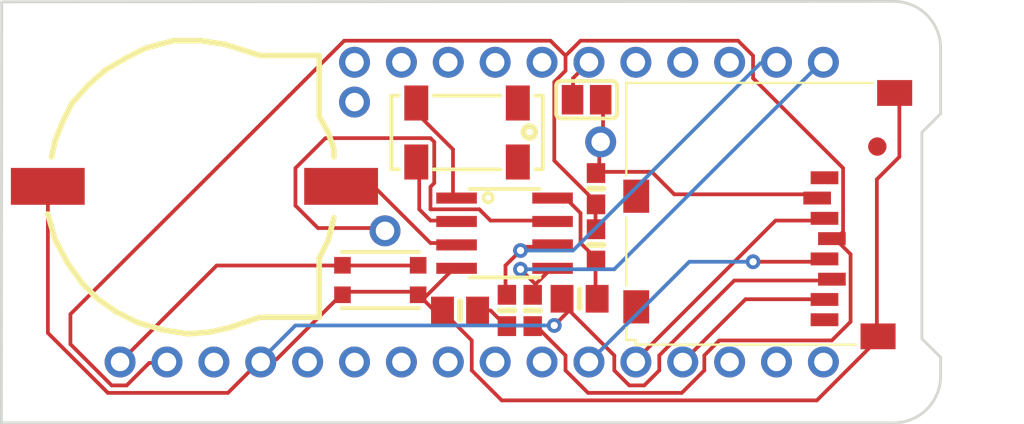
<source format=kicad_pcb>
(kicad_pcb (version 20221018) (generator pcbnew)
  (layers (0 "F.Cu" signal "Top") (31 "B.Cu" signal "Bottom") (34 "B.Paste" user) (35 "F.Paste" user) (36 "B.SilkS" user "B.Silkscreen") (37 "F.SilkS" user "F.Silkscreen") (38 "B.Mask" user) (39 "F.Mask" user) (44 "Edge.Cuts" user))
  (net 0 "")
  (net 1 "G")
  (net 2 "TX")
  (net 3 "RX")
  (net 4 "F")
  (net 5 "E")
  (net 6 "D")
  (net 7 "C")
  (net 8 "B")
  (net 9 "A")
  (net 10 "AREF")
  (net 11 "USB")
  (net 12 "N")
  (net 13 "M")
  (net 14 "L")
  (net 15 "J")
  (net 16 "I")
  (net 17 "H")
  (net 18 "SCL")
  (net 19 "SDA")
  (net 20 "GND")
  (net 21 "MOSI")
  (net 22 "MISO")
  (net 23 "SCK")
  (net 24 "+3V3")
  (net 25 "SD_CS")
  (net 26 "RESET")
  (net 27 "N$7")
  (net 28 "N$8")
  (net 29 "VBAT")
  (net 30 "EN")
  (net 31 "CR1220")
  (net 32 "INT1")
  (net 33 "CS")
  (net 34 "N$1")
  (footprint "MICROSD" (layer "F.Cu") (at 167.132 105.156 90)
    (fp_text reference "X4" hide)
    (fp_text value "microsd" hide)
    (fp_line (start -7.035 -9.76) (end -7.035 2.19) (stroke (width 0.127)) (layer "F.SilkS"))
    (fp_line (start -6.785 -10.26) (end -6.785 -9.76) (stroke (width 0.127)) (layer "F.SilkS"))
    (fp_line (start -6.785 -9.76) (end -7.035 -9.76) (stroke (width 0.127)) (layer "F.SilkS"))
    (fp_line (start -6.135 -10.26) (end -6.785 -10.26) (stroke (width 0.127)) (layer "F.SilkS"))
    (fp_line (start -3.835 -10.26) (end -0.135 -10.26) (stroke (width 0.127)) (layer "F.SilkS"))
    (fp_line (start 2.115 -10.26) (end 7.165 -10.26) (stroke (width 0.127)) (layer "F.SilkS"))
    (fp_line (start 7.165 -10.26) (end 7.165 3.09) (stroke (width 0.127)) (layer "F.SilkS"))
    (pad "1" smd rect locked (at 2.015 0.48 90) (size 0.7 1.5) (layers "F.Cu" "F.Paste" "F.Mask"))
    (pad "2" smd rect locked (at 0.915 0.08 90) (size 0.7 1.5) (layers "F.Cu" "F.Paste" "F.Mask") (net 25 "SD_CS"))
    (pad "3" smd rect locked (at -0.185 0.48 90) (size 0.7 1.5) (layers "F.Cu" "F.Paste" "F.Mask") (net 21 "MOSI"))
    (pad "4" smd rect locked (at -1.285 0.88 90) (size 0.7 1.5) (layers "F.Cu" "F.Paste" "F.Mask") (net 24 "+3V3"))
    (pad "5" smd rect locked (at -2.385 0.48 90) (size 0.7 1.5) (layers "F.Cu" "F.Paste" "F.Mask") (net 23 "SCK"))
    (pad "6" smd rect locked (at -3.485 0.88 90) (size 0.7 1.5) (layers "F.Cu" "F.Paste" "F.Mask") (net 20 "GND"))
    (pad "7" smd rect locked (at -4.585 0.48 90) (size 0.7 1.5) (layers "F.Cu" "F.Paste" "F.Mask") (net 22 "MISO"))
    (pad "8" smd rect locked (at -5.685 0.48 90) (size 0.7 1.5) (layers "F.Cu" "F.Paste" "F.Mask"))
    (pad "CD1" smd rect locked (at -4.985 -9.72 180) (size 1.4 1.8) (layers "F.Cu" "F.Paste" "F.Mask"))
    (pad "CD2" smd rect locked (at 1.015 -9.72 180) (size 1.4 1.8) (layers "F.Cu" "F.Paste" "F.Mask"))
    (pad "MT1" smd rect locked (at -6.585 3.38 90) (size 1.4 1.9) (layers "F.Cu" "F.Paste" "F.Mask") (net 20 "GND"))
    (pad "MT2" smd rect locked (at 6.615 4.28 90) (size 1.4 1.9) (layers "F.Cu" "F.Paste" "F.Mask") (net 20 "GND"))
  )
  (footprint "BTN_KMR2_4.6X2.8" (layer "F.Cu") (at 143.5481 108.6866 180)
    (fp_text reference "SW1" hide)
    (fp_text value "KMR2" hide)
    (fp_line (start -2.1 -1.5254) (end 2.1 -1.5254) (stroke (width 0.2032)) (layer "F.SilkS"))
    (fp_line (start 2.1 1.5254) (end -2.1 1.5254) (stroke (width 0.2032)) (layer "F.SilkS"))
    (pad "A" smd rect (at 2.05 -0.8 180) (size 0.9 0.9) (layers "F.Cu" "F.Paste" "F.Mask") (net 20 "GND"))
    (pad "A'" smd rect (at -2.05 -0.8 180) (size 0.9 0.9) (layers "F.Cu" "F.Paste" "F.Mask") (net 20 "GND"))
    (pad "B" smd rect (at 2.05 0.8 180) (size 0.9 0.9) (layers "F.Cu" "F.Paste" "F.Mask") (net 26 "RESET"))
    (pad "B'" smd rect (at -2.05 0.8 180) (size 0.9 0.9) (layers "F.Cu" "F.Paste" "F.Mask") (net 26 "RESET"))
  )
  (footprint "SOIC8_150MIL" (layer "F.Cu") (at 150.2791 106.1466 -90)
    (fp_text reference "IC1" hide)
    (fp_text value "PCF8523T" hide)
    (fp_line (start -2.4 1.9) (end -2.4 -1.9) (stroke (width 0.2032)) (layer "F.SilkS"))
    (fp_line (start 2.4 -1.9) (end 2.4 1.9) (stroke (width 0.2032)) (layer "F.SilkS"))
    (fp_circle (center -1.9304 0.889) (end -1.6764 0.889) (stroke (width 0.2032)) (fill none) (layer "F.SilkS"))
    (pad "1" smd rect (at -1.905 2.6 270) (size 0.6 2.2) (layers "F.Cu" "F.Paste" "F.Mask") (net 27 "N$7"))
    (pad "2" smd rect (at -0.635 2.6 270) (size 0.6 2.2) (layers "F.Cu" "F.Paste" "F.Mask") (net 28 "N$8"))
    (pad "3" smd rect (at 0.635 2.6 270) (size 0.6 2.2) (layers "F.Cu" "F.Paste" "F.Mask") (net 31 "CR1220"))
    (pad "4" smd rect (at 1.905 2.6 270) (size 0.6 2.2) (layers "F.Cu" "F.Paste" "F.Mask") (net 20 "GND"))
    (pad "5" smd rect (at 1.905 -2.6 270) (size 0.6 2.2) (layers "F.Cu" "F.Paste" "F.Mask") (net 19 "SDA"))
    (pad "6" smd rect (at 0.635 -2.6 270) (size 0.6 2.2) (layers "F.Cu" "F.Paste" "F.Mask") (net 18 "SCL"))
    (pad "7" smd rect (at -0.635 -2.6 270) (size 0.6 2.2) (layers "F.Cu" "F.Paste" "F.Mask") (net 32 "INT1"))
    (pad "8" smd rect (at -1.905 -2.6 270) (size 0.6 2.2) (layers "F.Cu" "F.Paste" "F.Mask") (net 34 "N$1"))
  )
  (footprint "CRYSTAL_8X3.8" (layer "F.Cu") (at 148.2471 100.6856)
    (fp_text reference "Y1" hide)
    (fp_text value "32khz" hide)
    (fp_line (start -4.1 -2) (end -4.1 2) (stroke (width 0.2032)) (layer "F.SilkS"))
    (fp_line (start -4.1 2) (end -3.7 2) (stroke (width 0.2032)) (layer "F.SilkS"))
    (fp_line (start -3.7 -2) (end -4.1 -2) (stroke (width 0.2032)) (layer "F.SilkS"))
    (fp_line (start -1.8 -2) (end 1.8 -2) (stroke (width 0.2032)) (layer "F.SilkS"))
    (fp_line (start -1.8 2) (end 1.8 2) (stroke (width 0.2032)) (layer "F.SilkS"))
    (fp_line (start 3.7 -2) (end 4.1 -2) (stroke (width 0.2032)) (layer "F.SilkS"))
    (fp_line (start 4.1 -2) (end 4.1 2) (stroke (width 0.2032)) (layer "F.SilkS"))
    (fp_line (start 4.1 2) (end 3.7 2) (stroke (width 0.2032)) (layer "F.SilkS"))
    (fp_circle (center 3.3782 -0.0254) (end 3.701487 -0.0254) (stroke (width 0.3048)) (fill none) (layer "F.SilkS"))
    (pad "P$1" smd rect (at -2.75 1.6) (size 1.3 1.9) (layers "F.Cu" "F.Paste" "F.Mask") (net 28 "N$8"))
    (pad "P$2" smd rect (at 2.75 1.6) (size 1.3 1.9) (layers "F.Cu" "F.Paste" "F.Mask"))
    (pad "P$3" smd rect (at 2.75 -1.6) (size 1.3 1.9) (layers "F.Cu" "F.Paste" "F.Mask"))
    (pad "P$4" smd rect (at -2.75 -1.6) (size 1.3 1.9) (layers "F.Cu" "F.Paste" "F.Mask") (net 27 "N$7"))
  )
  (footprint "0603-NO" (layer "F.Cu") (at 151.8031 110.3376 -90)
    (fp_text reference "R1" hide)
    (fp_text value "10K" hide)
    (fp_line (start 0 -0.4) (end 0 0.4) (stroke (width 0.3048)) (layer "F.SilkS"))
    (pad "1" smd rect (at -0.85 0 270) (size 1.075 1) (layers "F.Cu" "F.Paste" "F.Mask") (net 19 "SDA"))
    (pad "2" smd rect (at 0.85 0 270) (size 1.075 1) (layers "F.Cu" "F.Paste" "F.Mask") (net 24 "+3V3"))
  )
  (footprint "0603-NO" (layer "F.Cu") (at 150.4061 110.3376 -90)
    (fp_text reference "R2" hide)
    (fp_text value "10K" hide)
    (fp_line (start 0 -0.4) (end 0 0.4) (stroke (width 0.3048)) (layer "F.SilkS"))
    (pad "1" smd rect (at -0.85 0 270) (size 1.075 1) (layers "F.Cu" "F.Paste" "F.Mask") (net 18 "SCL"))
    (pad "2" smd rect (at 0.85 0 270) (size 1.075 1) (layers "F.Cu" "F.Paste" "F.Mask") (net 24 "+3V3"))
  )
  (footprint "0603-NO" (layer "F.Cu") (at 155.2321 103.7336 -90)
    (fp_text reference "R3" hide)
    (fp_text value "100K" hide)
    (fp_line (start 0 -0.4) (end 0 0.4) (stroke (width 0.3048)) (layer "F.SilkS"))
    (pad "1" smd rect (at -0.85 0 270) (size 1.075 1) (layers "F.Cu" "F.Paste" "F.Mask") (net 25 "SD_CS"))
    (pad "2" smd rect (at 0.85 0 270) (size 1.075 1) (layers "F.Cu" "F.Paste" "F.Mask") (net 24 "+3V3"))
  )
  (footprint "CR1220-2" (layer "F.Cu") (at 133.1341 103.6066)
    (fp_text reference "B1" hide)
    (fp_text value "cr1220" hide)
    (fp_line (start -7.6 1.5) (end -7.2 2.9) (stroke (width 0.3048)) (layer "F.SilkS"))
    (fp_line (start -7.4 -1.6) (end -7.2 -2.5) (stroke (width 0.3048)) (layer "F.SilkS"))
    (fp_line (start -7.2 -2.5) (end -6.8 -3.5) (stroke (width 0.3048)) (layer "F.SilkS"))
    (fp_line (start -7.2 2.9) (end -6.5 4.2) (stroke (width 0.3048)) (layer "F.SilkS"))
    (fp_line (start -6.8 -3.5) (end -6.3 -4.5) (stroke (width 0.3048)) (layer "F.SilkS"))
    (fp_line (start -6.5 4.2) (end -5.7 5.3) (stroke (width 0.3048)) (layer "F.SilkS"))
    (fp_line (start -6.3 -4.5) (end -5.4 -5.5) (stroke (width 0.3048)) (layer "F.SilkS"))
    (fp_line (start -5.7 5.3) (end -4.9 6.1) (stroke (width 0.3048)) (layer "F.SilkS"))
    (fp_line (start -5.4 -5.5) (end -4.5 -6.3) (stroke (width 0.3048)) (layer "F.SilkS"))
    (fp_line (start -4.9 6.1) (end -3.9 6.8) (stroke (width 0.3048)) (layer "F.SilkS"))
    (fp_line (start -4.5 -6.3) (end -3.3 -7) (stroke (width 0.3048)) (layer "F.SilkS"))
    (fp_line (start -3.9 6.8) (end -2.7 7.4) (stroke (width 0.3048)) (layer "F.SilkS"))
    (fp_line (start -3.3 -7) (end -2.3 -7.5) (stroke (width 0.3048)) (layer "F.SilkS"))
    (fp_line (start -2.7 7.4) (end -1.3 7.8) (stroke (width 0.3048)) (layer "F.SilkS"))
    (fp_line (start -2.3 -7.5) (end -0.8 -7.9) (stroke (width 0.3048)) (layer "F.SilkS"))
    (fp_line (start -1.3 7.8) (end 0 8) (stroke (width 0.3048)) (layer "F.SilkS"))
    (fp_line (start -0.8 -7.9) (end 0.7 -7.9) (stroke (width 0.3048)) (layer "F.SilkS"))
    (fp_line (start 0 8) (end 1.2 7.9) (stroke (width 0.3048)) (layer "F.SilkS"))
    (fp_line (start 0.7 -7.9) (end 2 -7.7) (stroke (width 0.3048)) (layer "F.SilkS"))
    (fp_line (start 1.2 7.9) (end 2.5 7.6) (stroke (width 0.3048)) (layer "F.SilkS"))
    (fp_line (start 2 -7.7) (end 3.9 -7.1) (stroke (width 0.3048)) (layer "F.SilkS"))
    (fp_line (start 2.4 7.6) (end 3.9 7.1) (stroke (width 0.3048)) (layer "F.SilkS"))
    (fp_line (start 3.95 -7.1) (end 7.1 -7.1) (stroke (width 0.3048)) (layer "F.SilkS"))
    (fp_line (start 3.95 7.1) (end 7.1 7.1) (stroke (width 0.3048)) (layer "F.SilkS"))
    (fp_line (start 7.1 -7.1) (end 7.1 -3.8) (stroke (width 0.3048)) (layer "F.SilkS"))
    (fp_line (start 7.1 -3.8) (end 7.6 -2.9) (stroke (width 0.3048)) (layer "F.SilkS"))
    (fp_line (start 7.1 3.9) (end 7.6 2.9) (stroke (width 0.3048)) (layer "F.SilkS"))
    (fp_line (start 7.1 7.1) (end 7.1 3.9) (stroke (width 0.3048)) (layer "F.SilkS"))
    (fp_line (start 7.6 -2.9) (end 7.9 -2) (stroke (width 0.3048)) (layer "F.SilkS"))
    (fp_line (start 7.6 2.9) (end 7.9 1.7) (stroke (width 0.3048)) (layer "F.SilkS"))
    (fp_line (start 7.9 -2) (end 7.9 -1.6) (stroke (width 0.3048)) (layer "F.SilkS"))
    (pad "" np_thru_hole circle locked (at -3.5 0) (size 1.5 1.5) (drill 1.5) (layers "*.Cu" "*.Mask"))
    (pad "" np_thru_hole circle locked (at 3.95 0) (size 1.5 1.5) (drill 1.5) (layers "*.Cu" "*.Mask"))
    (pad "+" smd rect locked (at 8.29 0) (size 4 2) (layers "F.Cu" "F.Paste" "F.Mask") (net 31 "CR1220"))
    (pad "-" smd rect locked (at -7.6 0) (size 4 2) (layers "F.Cu" "F.Paste" "F.Mask") (net 20 "GND"))
  )
  (footprint "0805-NO" (layer "F.Cu") (at 154.3431 109.7026 180)
    (fp_text reference "C1" hide)
    (fp_text value "10uF" hide)
    (fp_line (start 0 -0.508) (end 0 0.508) (stroke (width 0.3048)) (layer "F.SilkS"))
    (pad "1" smd rect (at -0.95 0 180) (size 1.24 1.5) (layers "F.Cu" "F.Paste" "F.Mask") (net 34 "N$1"))
    (pad "2" smd rect (at 0.95 0 180) (size 1.24 1.5) (layers "F.Cu" "F.Paste" "F.Mask") (net 20 "GND"))
  )
  (footprint "1X11_ROUND" (layer "F.Cu") (at 154.8511 96.8756)
    (fp_text reference "JP1" hide)
    (fp_text value "")
    (pad "1" thru_hole circle locked (at -12.7 0 90) (size 1.6764 1.6764) (drill 1) (layers "*.Cu" "*.Mask") (net 30 "EN"))
    (pad "2" thru_hole circle locked (at -10.16 0 90) (size 1.6764 1.6764) (drill 1) (layers "*.Cu" "*.Mask") (net 11 "USB"))
    (pad "3" thru_hole circle locked (at -7.62 0 90) (size 1.6764 1.6764) (drill 1) (layers "*.Cu" "*.Mask") (net 12 "N"))
    (pad "4" thru_hole circle locked (at -5.08 0 90) (size 1.6764 1.6764) (drill 1) (layers "*.Cu" "*.Mask") (net 13 "M"))
    (pad "5" thru_hole circle locked (at -2.54 0 90) (size 1.6764 1.6764) (drill 1) (layers "*.Cu" "*.Mask") (net 14 "L"))
    (pad "6" thru_hole circle locked (at 0 0 90) (size 1.6764 1.6764) (drill 1) (layers "*.Cu" "*.Mask") (net 33 "CS"))
    (pad "7" thru_hole circle locked (at 2.54 0 90) (size 1.6764 1.6764) (drill 1) (layers "*.Cu" "*.Mask") (net 15 "J"))
    (pad "8" thru_hole circle locked (at 5.08 0 90) (size 1.6764 1.6764) (drill 1) (layers "*.Cu" "*.Mask") (net 16 "I"))
    (pad "9" thru_hole circle locked (at 7.62 0 90) (size 1.6764 1.6764) (drill 1) (layers "*.Cu" "*.Mask") (net 17 "H"))
    (pad "10" thru_hole circle locked (at 10.16 0 90) (size 1.6764 1.6764) (drill 1) (layers "*.Cu" "*.Mask") (net 18 "SCL"))
    (pad "11" thru_hole circle locked (at 12.7 0 90) (size 1.6764 1.6764) (drill 1) (layers "*.Cu" "*.Mask") (net 19 "SDA"))
  )
  (footprint "1X16_ROUND" (layer "F.Cu") (at 148.5011 113.1316 180)
    (fp_text reference "JP2" hide)
    (fp_text value "")
    (pad "1" thru_hole circle locked (at -19.05 0 270) (size 1.6764 1.6764) (drill 1) (layers "*.Cu" "*.Mask") (net 1 "G"))
    (pad "2" thru_hole circle locked (at -16.51 0 270) (size 1.6764 1.6764) (drill 1) (layers "*.Cu" "*.Mask") (net 2 "TX"))
    (pad "3" thru_hole circle locked (at -13.97 0 270) (size 1.6764 1.6764) (drill 1) (layers "*.Cu" "*.Mask") (net 3 "RX"))
    (pad "4" thru_hole circle locked (at -11.43 0 270) (size 1.6764 1.6764) (drill 1) (layers "*.Cu" "*.Mask") (net 22 "MISO"))
    (pad "5" thru_hole circle locked (at -8.89 0 270) (size 1.6764 1.6764) (drill 1) (layers "*.Cu" "*.Mask") (net 21 "MOSI"))
    (pad "6" thru_hole circle locked (at -6.35 0 270) (size 1.6764 1.6764) (drill 1) (layers "*.Cu" "*.Mask") (net 23 "SCK"))
    (pad "7" thru_hole circle locked (at -3.81 0 270) (size 1.6764 1.6764) (drill 1) (layers "*.Cu" "*.Mask") (net 4 "F"))
    (pad "8" thru_hole circle locked (at -1.27 0 270) (size 1.6764 1.6764) (drill 1) (layers "*.Cu" "*.Mask") (net 5 "E"))
    (pad "9" thru_hole circle locked (at 1.27 0 270) (size 1.6764 1.6764) (drill 1) (layers "*.Cu" "*.Mask") (net 6 "D"))
    (pad "10" thru_hole circle locked (at 3.81 0 270) (size 1.6764 1.6764) (drill 1) (layers "*.Cu" "*.Mask") (net 7 "C"))
    (pad "11" thru_hole circle locked (at 6.35 0 270) (size 1.6764 1.6764) (drill 1) (layers "*.Cu" "*.Mask") (net 8 "B"))
    (pad "12" thru_hole circle locked (at 8.89 0 270) (size 1.6764 1.6764) (drill 1) (layers "*.Cu" "*.Mask") (net 9 "A"))
    (pad "13" thru_hole circle locked (at 11.43 0 270) (size 1.6764 1.6764) (drill 1) (layers "*.Cu" "*.Mask") (net 20 "GND"))
    (pad "14" thru_hole circle locked (at 13.97 0 270) (size 1.6764 1.6764) (drill 1) (layers "*.Cu" "*.Mask") (net 10 "AREF"))
    (pad "15" thru_hole circle locked (at 16.51 0 270) (size 1.6764 1.6764) (drill 1) (layers "*.Cu" "*.Mask") (net 24 "+3V3"))
    (pad "16" thru_hole circle locked (at 19.05 0 270) (size 1.6764 1.6764) (drill 1) (layers "*.Cu" "*.Mask") (net 26 "RESET"))
  )
  (footprint "1X01_ROUND" (layer "F.Cu") (at 142.1511 99.0346)
    (fp_text reference "JP3" hide)
    (fp_text value "")
    (pad "1" thru_hole circle locked (at 0 0 90) (size 1.6764 1.6764) (drill 1) (layers "*.Cu" "*.Mask") (net 29 "VBAT"))
  )
  (footprint "1X01_ROUND" (layer "F.Cu") (at 155.4861 101.1936)
    (fp_text reference "SDCS" hide)
    (fp_text value "")
    (pad "1" thru_hole circle (at 0 0 90) (size 1.6764 1.6764) (drill 1) (layers "*.Cu" "*.Mask") (net 25 "SD_CS"))
  )
  (footprint "SOLDERJUMPER_CLOSEDWIRE" (layer "F.Cu") (at 154.7241 98.9076)
    (fp_text reference "SJ1" hide)
    (fp_text value "")
    (fp_line (start -1.651 0.762) (end -1.651 -0.762) (stroke (width 0.2032)) (layer "F.SilkS"))
    (fp_line (start -1.397 -1.016) (end 1.397 -1.016) (stroke (width 0.2032)) (layer "F.SilkS"))
    (fp_line (start 1.397 1.016) (end -1.397 1.016) (stroke (width 0.2032)) (layer "F.SilkS"))
    (fp_line (start 1.651 0.762) (end 1.651 -0.762) (stroke (width 0.2032)) (layer "F.SilkS"))
    (fp_arc (start -1.651 -0.762) (mid -1.576605 -0.941605) (end -1.397 -1.016) (stroke (width 0.2032)) (layer "F.SilkS"))
    (fp_arc (start -1.397 1.016) (mid -1.576605 0.941605) (end -1.651 0.762) (stroke (width 0.2032)) (layer "F.SilkS"))
    (fp_arc (start 1.397 -1.016) (mid 1.576605 -0.941605) (end 1.651 -0.762) (stroke (width 0.2032)) (layer "F.SilkS"))
    (fp_arc (start 1.651 0.762) (mid 1.576605 0.941605) (end 1.397 1.016) (stroke (width 0.2032)) (layer "F.SilkS"))
    (pad "1" smd rect (at -0.762 0) (size 1.1684 1.6002) (layers "F.Cu" "F.Mask") (net 33 "CS"))
    (pad "2" smd rect (at 0.762 0) (size 1.1684 1.6002) (layers "F.Cu" "F.Mask") (net 25 "SD_CS"))
  )
  (footprint "1X01_ROUND" (layer "F.Cu") (at 143.8021 106.0196)
    (fp_text reference "INT1" hide)
    (fp_text value "")
    (pad "1" thru_hole circle (at 0 0 90) (size 1.6764 1.6764) (drill 1) (layers "*.Cu" "*.Mask") (net 32 "INT1"))
  )
  (footprint "FIDUCIAL_1MM" (layer "F.Cu") (at 170.4721 101.4476)
    (fp_text reference "FID1" hide)
    (fp_text value "FIDUCIAL_1MM" hide)
    (pad "1" smd roundrect (at 0 0) (size 1 1) (layers "F.Cu" "F.Mask") (roundrect_rratio 0.5))
  )
  (footprint "0603-NO" (layer "F.Cu") (at 155.2321 106.7816 -90)
    (fp_text reference "R4" hide)
    (fp_text value "1K" hide)
    (fp_line (start 0 -0.4) (end 0 0.4) (stroke (width 0.3048)) (layer "F.SilkS"))
    (pad "1" smd rect (at -0.85 0 270) (size 1.075 1) (layers "F.Cu" "F.Paste" "F.Mask") (net 24 "+3V3"))
    (pad "2" smd rect (at 0.85 0 270) (size 1.075 1) (layers "F.Cu" "F.Paste" "F.Mask") (net 34 "N$1"))
  )
  (footprint "0805-NO" (layer "F.Cu") (at 147.8661 110.3376 180)
    (fp_text reference "C2" hide)
    (fp_text value "10uF" hide)
    (fp_line (start 0 -0.508) (end 0 0.508) (stroke (width 0.3048)) (layer "F.SilkS"))
    (pad "1" smd rect (at -0.95 0 180) (size 1.24 1.5) (layers "F.Cu" "F.Paste" "F.Mask") (net 24 "+3V3"))
    (pad "2" smd rect (at 0.95 0 180) (size 1.24 1.5) (layers "F.Cu" "F.Paste" "F.Mask") (net 20 "GND"))
  )
  (gr_line (start 171.3611 116.4336) (end 123.02 116.4336) (stroke (width 0.15)) (layer "Edge.Cuts"))
  (gr_line (start 172.8851 100.6856) (end 172.8851 111.8616) (stroke (width 0.15)) (layer "Edge.Cuts"))
  (gr_arc (start 173.9011 113.8936) (mid 173.157151 115.689651) (end 171.3611 116.4336) (stroke (width 0.15)) (layer "Edge.Cuts"))
  (gr_line (start 173.9011 96.1136) (end 173.9011 99.6696) (stroke (width 0.15)) (layer "Edge.Cuts"))
  (gr_line (start 173.9011 99.6696) (end 172.8851 100.6856) (stroke (width 0.15)) (layer "Edge.Cuts"))
  (gr_line (start 172.8851 111.8616) (end 173.9011 112.8776) (stroke (width 0.15)) (layer "Edge.Cuts"))
  (gr_line (start 173.9011 112.8776) (end 173.9011 113.8936) (stroke (width 0.15)) (layer "Edge.Cuts"))
  (gr_line (start 123.02 116.42) (end 123.04 93.6) (stroke (width 0.15)) (layer "Edge.Cuts"))
  (gr_arc (start 171.3611 93.5736) (mid 173.157151 94.317549) (end 173.9011 96.1136) (stroke (width 0.15)) (layer "Edge.Cuts"))
  (gr_line (start 171.3611 93.5736) (end 123.04 93.6) (stroke (width 0.15)) (layer "Edge.Cuts"))
  (segment (start 152.7683 106.8832) (end 152.8791 106.7816) (width 0.2032) (layer "F.Cu") (net 18))
  (segment (start 151.3459 106.8832) (end 151.1427 107.0864) (width 0.2032) (layer "F.Cu") (net 18))
  (segment (start 151.1427 107.0864) (end 150.3299 107.8992) (width 0.2032) (layer "F.Cu") (net 18))
  (segment (start 150.3299 107.8992) (end 150.3299 109.3216) (width 0.2032) (layer "F.Cu") (net 18))
  (segment (start 150.3299 109.3216) (end 150.4061 109.4876) (width 0.2032) (layer "F.Cu") (net 18))
  (segment (start 152.7683 106.8832) (end 151.3459 106.8832) (width 0.2032) (layer "F.Cu") (net 18))
  (via (at 151.1427 107.0864) (size 0.8001) (drill 0.3937) (layers "F.Cu" "B.Cu") (net 18))
  (segment (start 151.1427 107.0864) (end 153.9875 107.0864) (width 0.2032) (layer "B.Cu") (net 18))
  (segment (start 164.1475 96.9264) (end 164.9603 96.9264) (width 0.2032) (layer "B.Cu") (net 18))
  (segment (start 153.9875 107.0864) (end 164.1475 96.9264) (width 0.2032) (layer "B.Cu") (net 18))
  (segment (start 164.9603 96.9264) (end 165.0111 96.8756) (width 0.2032) (layer "B.Cu") (net 18))
  (segment (start 151.9555 108.9152) (end 151.9555 109.3216) (width 0.2032) (layer "F.Cu") (net 19))
  (segment (start 152.7683 108.1024) (end 152.8791 108.0516) (width 0.2032) (layer "F.Cu") (net 19))
  (segment (start 152.7683 108.1024) (end 151.9555 108.9152) (width 0.2032) (layer "F.Cu") (net 19))
  (segment (start 151.9555 109.3216) (end 151.8031 109.4876) (width 0.2032) (layer "F.Cu") (net 19))
  (segment (start 151.1427 108.1024) (end 151.9555 108.9152) (width 0.2032) (layer "F.Cu") (net 19))
  (via (at 151.1427 108.1024) (size 0.8001) (drill 0.3937) (layers "F.Cu" "B.Cu") (net 19))
  (segment (start 156.2227 108.1024) (end 151.1427 108.1024) (width 0.2032) (layer "B.Cu") (net 19))
  (segment (start 167.3987 96.9264) (end 156.2227 108.1024) (width 0.2032) (layer "B.Cu") (net 19))
  (segment (start 167.3987 96.9264) (end 167.5511 96.8756) (width 0.2032) (layer "B.Cu") (net 19))
  (segment (start 158.6611 113.5888) (end 157.8483 114.4016) (width 0.2032) (layer "F.Cu") (net 20))
  (segment (start 170.2435 111.76) (end 170.4231 111.7156) (width 0.2032) (layer "F.Cu") (net 20))
  (segment (start 157.0355 114.4016) (end 156.2227 113.5888) (width 0.2032) (layer "F.Cu") (net 20))
  (segment (start 147.4851 108.1024) (end 147.6791 108.0516) (width 0.2032) (layer "F.Cu") (net 20))
  (segment (start 162.7251 108.712) (end 158.6611 112.776) (width 0.2032) (layer "F.Cu") (net 20))
  (segment (start 137.1219 112.9792) (end 137.0711 113.1316) (width 0.2032) (layer "F.Cu") (net 20))
  (segment (start 157.8483 114.4016) (end 157.0355 114.4016) (width 0.2032) (layer "F.Cu") (net 20))
  (segment (start 145.6563 109.5248) (end 145.8595 109.728) (width 0.2032) (layer "F.Cu") (net 20))
  (segment (start 167.1955 115.2144) (end 170.2435 112.1664) (width 0.2032) (layer "F.Cu") (net 20))
  (segment (start 145.8595 109.728) (end 147.4851 108.1024) (width 0.2032) (layer "F.Cu") (net 20))
  (segment (start 146.8755 110.3376) (end 148.5011 111.9632) (width 0.2032) (layer "F.Cu") (net 20))
  (segment (start 145.4531 109.3216) (end 145.5981 109.4866) (width 0.2032) (layer "F.Cu") (net 20))
  (segment (start 156.2227 113.5888) (end 156.2227 112.776) (width 0.2032) (layer "F.Cu") (net 20))
  (segment (start 141.3891 109.5248) (end 137.9347 112.9792) (width 0.2032) (layer "F.Cu") (net 20))
  (segment (start 148.5011 113.5888) (end 150.1267 115.2144) (width 0.2032) (layer "F.Cu") (net 20))
  (segment (start 136.9187 113.1824) (end 135.2931 114.808) (width 0.2032) (layer "F.Cu") (net 20))
  (segment (start 170.2435 112.1664) (end 170.2435 111.76) (width 0.2032) (layer "F.Cu") (net 20))
  (segment (start 145.4531 109.3216) (end 141.5923 109.3216) (width 0.2032) (layer "F.Cu") (net 20))
  (segment (start 146.4691 110.3376) (end 146.8755 110.3376) (width 0.2032) (layer "F.Cu") (net 20))
  (segment (start 141.3891 109.5248) (end 141.4981 109.4866) (width 0.2032) (layer "F.Cu") (net 20))
  (segment (start 153.7843 110.3376) (end 153.3931 109.7026) (width 0.2032) (layer "F.Cu") (net 20))
  (segment (start 171.6659 102.0064) (end 170.4467 103.2256) (width 0.2032) (layer "F.Cu") (net 20))
  (segment (start 171.6659 98.7552) (end 171.6659 102.0064) (width 0.2032) (layer "F.Cu") (net 20))
  (segment (start 170.4467 111.5568) (end 170.4231 111.7156) (width 0.2032) (layer "F.Cu") (net 20))
  (segment (start 137.9347 112.9792) (end 137.1219 112.9792) (width 0.2032) (layer "F.Cu") (net 20))
  (segment (start 128.7907 114.808) (end 125.5395 111.5568) (width 0.2032) (layer "F.Cu") (net 20))
  (segment (start 153.5811 110.1344) (end 153.5811 109.728) (width 0.2032) (layer "F.Cu") (net 20))
  (segment (start 150.1267 115.2144) (end 167.1955 115.2144) (width 0.2032) (layer "F.Cu") (net 20))
  (segment (start 156.2227 112.776) (end 153.7843 110.3376) (width 0.2032) (layer "F.Cu") (net 20))
  (segment (start 152.9715 111.1504) (end 153.7843 110.3376) (width 0.2032) (layer "F.Cu") (net 20))
  (segment (start 167.8051 108.712) (end 167.9231 108.6156) (width 0.2032) (layer "F.Cu") (net 20))
  (segment (start 125.5395 103.632) (end 125.5341 103.6066) (width 0.2032) (layer "F.Cu") (net 20))
  (segment (start 153.5811 109.728) (end 153.3931 109.7026) (width 0.2032) (layer "F.Cu") (net 20))
  (segment (start 158.6611 112.776) (end 158.6611 113.5888) (width 0.2032) (layer "F.Cu") (net 20))
  (segment (start 171.4627 98.552) (end 171.3231 98.5156) (width 0.2032) (layer "F.Cu") (net 20))
  (segment (start 141.5923 109.3216) (end 141.4981 109.4866) (width 0.2032) (layer "F.Cu") (net 20))
  (segment (start 145.8595 109.728) (end 145.5981 109.4866) (width 0.2032) (layer "F.Cu") (net 20))
  (segment (start 148.5011 111.9632) (end 148.5011 113.5888) (width 0.2032) (layer "F.Cu") (net 20))
  (segment (start 135.2931 114.808) (end 128.7907 114.808) (width 0.2032) (layer "F.Cu") (net 20))
  (segment (start 146.8755 110.3376) (end 146.9161 110.3376) (width 0.2032) (layer "F.Cu") (net 20))
  (segment (start 136.9187 113.1824) (end 137.0711 113.1316) (width 0.2032) (layer "F.Cu") (net 20))
  (segment (start 153.7843 110.3376) (end 153.5811 110.1344) (width 0.2032) (layer "F.Cu") (net 20))
  (segment (start 167.8051 108.712) (end 162.7251 108.712) (width 0.2032) (layer "F.Cu") (net 20))
  (segment (start 125.5395 111.5568) (end 125.5395 103.632) (width 0.2032) (layer "F.Cu") (net 20))
  (segment (start 171.4627 98.552) (end 171.6659 98.7552) (width 0.2032) (layer "F.Cu") (net 20))
  (segment (start 145.6563 109.5248) (end 145.5981 109.4866) (width 0.2032) (layer "F.Cu") (net 20))
  (segment (start 170.4467 103.2256) (end 170.4467 111.5568) (width 0.2032) (layer "F.Cu") (net 20))
  (segment (start 145.8595 109.728) (end 146.4691 110.3376) (width 0.2032) (layer "F.Cu") (net 20))
  (via (at 152.9715 111.1504) (size 0.8001) (drill 0.3937) (layers "F.Cu" "B.Cu") (net 20))
  (segment (start 138.9507 111.1504) (end 152.9715 111.1504) (width 0.2032) (layer "B.Cu") (net 20))
  (segment (start 137.1219 112.9792) (end 137.0711 113.1316) (width 0.2032) (layer "B.Cu") (net 20))
  (segment (start 137.1219 112.9792) (end 138.9507 111.1504) (width 0.2032) (layer "B.Cu") (net 20))
  (segment (start 157.4419 112.9792) (end 164.9603 105.4608) (width 0.2032) (layer "F.Cu") (net 21))
  (segment (start 164.9603 105.4608) (end 167.3987 105.4608) (width 0.2032) (layer "F.Cu") (net 21))
  (segment (start 157.4419 112.9792) (end 157.3911 113.1316) (width 0.2032) (layer "F.Cu") (net 21))
  (segment (start 167.3987 105.4608) (end 167.5231 105.3156) (width 0.2032) (layer "F.Cu") (net 21))
  (segment (start 163.3347 109.728) (end 167.3987 109.728) (width 0.2032) (layer "F.Cu") (net 22))
  (segment (start 159.9311 113.1316) (end 163.3347 109.728) (width 0.2032) (layer "F.Cu") (net 22))
  (segment (start 167.3987 109.728) (end 167.5231 109.7156) (width 0.2032) (layer "F.Cu") (net 22))
  (segment (start 163.7411 107.696) (end 167.3987 107.696) (width 0.2032) (layer "F.Cu") (net 23))
  (segment (start 167.3987 107.696) (end 167.5231 107.5156) (width 0.2032) (layer "F.Cu") (net 23))
  (via (at 163.7411 107.696) (size 0.8001) (drill 0.3937) (layers "F.Cu" "B.Cu") (net 23))
  (segment (start 154.8511 113.1316) (end 160.2867 107.696) (width 0.2032) (layer "B.Cu") (net 23))
  (segment (start 160.2867 107.696) (end 163.7411 107.696) (width 0.2032) (layer "B.Cu") (net 23))
  (segment (start 168.2115 106.4768) (end 168.6179 106.0704) (width 0.2032) (layer "F.Cu") (net 24))
  (segment (start 161.0995 113.5888) (end 161.0995 112.776) (width 0.2032) (layer "F.Cu") (net 24))
  (segment (start 163.7411 97.7392) (end 163.7411 96.52) (width 0.2032) (layer "F.Cu") (net 24))
  (segment (start 152.9715 97.9424) (end 152.9715 102.2096) (width 0.2032) (layer "F.Cu") (net 24))
  (segment (start 155.2067 104.648) (end 155.2067 105.8672) (width 0.2032) (layer "F.Cu") (net 24))
  (segment (start 168.0083 111.9632) (end 169.0243 110.9472) (width 0.2032) (layer "F.Cu") (net 24))
  (segment (start 153.5811 112.776) (end 153.5811 113.5888) (width 0.2032) (layer "F.Cu") (net 24))
  (segment (start 153.5811 96.52) (end 152.7683 95.7072) (width 0.2032) (layer "F.Cu") (net 24))
  (segment (start 155.2067 104.4448) (end 155.2321 104.5836) (width 0.2032) (layer "F.Cu") (net 24))
  (segment (start 168.6179 106.0704) (end 168.6179 102.616) (width 0.2032) (layer "F.Cu") (net 24))
  (segment (start 153.5811 96.52) (end 153.5811 97.3328) (width 0.2032) (layer "F.Cu") (net 24))
  (segment (start 151.9555 111.1504) (end 151.8031 111.1876) (width 0.2032) (layer "F.Cu") (net 24))
  (segment (start 169.0243 107.2896) (end 168.2115 106.4768) (width 0.2032) (layer "F.Cu") (net 24))
  (segment (start 168.0083 106.4768) (end 167.9231 106.4156) (width 0.2032) (layer "F.Cu") (net 24))
  (segment (start 155.2067 105.8672) (end 155.2321 105.9316) (width 0.2032) (layer "F.Cu") (net 24))
  (segment (start 168.2115 106.4768) (end 168.0083 106.4768) (width 0.2032) (layer "F.Cu") (net 24))
  (segment (start 154.3939 95.7072) (end 153.5811 96.52) (width 0.2032) (layer "F.Cu") (net 24))
  (segment (start 168.2115 106.4768) (end 167.9231 106.4156) (width 0.2032) (layer "F.Cu") (net 24))
  (segment (start 153.5811 97.3328) (end 152.9715 97.9424) (width 0.2032) (layer "F.Cu") (net 24))
  (segment (start 151.7523 111.1504) (end 150.5331 111.1504) (width 0.2032) (layer "F.Cu") (net 24))
  (segment (start 153.5811 113.5888) (end 154.8003 114.808) (width 0.2032) (layer "F.Cu") (net 24))
  (segment (start 128.9939 114.4016) (end 129.8067 114.4016) (width 0.2032) (layer "F.Cu") (net 24))
  (segment (start 155.2067 104.648) (end 155.2321 104.5836) (width 0.2032) (layer "F.Cu") (net 24))
  (segment (start 126.7587 110.5408) (end 126.7587 112.1664) (width 0.2032) (layer "F.Cu") (net 24))
  (segment (start 150.5331 111.1504) (end 150.4061 111.1876) (width 0.2032) (layer "F.Cu") (net 24))
  (segment (start 162.9283 95.7072) (end 154.3939 95.7072) (width 0.2032) (layer "F.Cu") (net 24))
  (segment (start 150.3299 111.1504) (end 150.4061 111.1876) (width 0.2032) (layer "F.Cu") (net 24))
  (segment (start 131.8387 113.1824) (end 131.9911 113.1316) (width 0.2032) (layer "F.Cu") (net 24))
  (segment (start 161.0995 112.776) (end 161.9123 111.9632) (width 0.2032) (layer "F.Cu") (net 24))
  (segment (start 159.8803 114.808) (end 161.0995 113.5888) (width 0.2032) (layer "F.Cu") (net 24))
  (segment (start 150.3299 111.1504) (end 149.5171 110.3376) (width 0.2032) (layer "F.Cu") (net 24))
  (segment (start 161.9123 111.9632) (end 168.0083 111.9632) (width 0.2032) (layer "F.Cu") (net 24))
  (segment (start 152.9715 102.2096) (end 155.2067 104.4448) (width 0.2032) (layer "F.Cu") (net 24))
  (segment (start 151.9555 111.1504) (end 153.5811 112.776) (width 0.2032) (layer "F.Cu") (net 24))
  (segment (start 168.6179 102.616) (end 163.7411 97.7392) (width 0.2032) (layer "F.Cu") (net 24))
  (segment (start 154.8003 114.808) (end 159.8803 114.808) (width 0.2032) (layer "F.Cu") (net 24))
  (segment (start 152.7683 95.7072) (end 141.5923 95.7072) (width 0.2032) (layer "F.Cu") (net 24))
  (segment (start 141.5923 95.7072) (end 126.7587 110.5408) (width 0.2032) (layer "F.Cu") (net 24))
  (segment (start 151.7523 111.1504) (end 151.8031 111.1876) (width 0.2032) (layer "F.Cu") (net 24))
  (segment (start 163.7411 96.52) (end 162.9283 95.7072) (width 0.2032) (layer "F.Cu") (net 24))
  (segment (start 149.5171 110.3376) (end 148.8161 110.3376) (width 0.2032) (layer "F.Cu") (net 24))
  (segment (start 129.8067 114.4016) (end 131.0259 113.1824) (width 0.2032) (layer "F.Cu") (net 24))
  (segment (start 169.0243 110.9472) (end 169.0243 107.2896) (width 0.2032) (layer "F.Cu") (net 24))
  (segment (start 131.0259 113.1824) (end 131.8387 113.1824) (width 0.2032) (layer "F.Cu") (net 24))
  (segment (start 126.7587 112.1664) (end 128.9939 114.4016) (width 0.2032) (layer "F.Cu") (net 24))
  (segment (start 155.4099 101.1936) (end 155.4861 101.1936) (width 0.2032) (layer "F.Cu") (net 25))
  (segment (start 155.4099 102.8192) (end 158.2547 102.8192) (width 0.2032) (layer "F.Cu") (net 25))
  (segment (start 166.9923 104.0384) (end 167.1231 104.2156) (width 0.2032) (layer "F.Cu") (net 25))
  (segment (start 159.4739 104.0384) (end 166.9923 104.0384) (width 0.2032) (layer "F.Cu") (net 25))
  (segment (start 155.4099 101.1936) (end 155.4099 102.8192) (width 0.2032) (layer "F.Cu") (net 25))
  (segment (start 155.6131 101.1936) (end 155.6131 98.9584) (width 0.2032) (layer "F.Cu") (net 25))
  (segment (start 155.6131 101.1936) (end 155.4861 101.1936) (width 0.2032) (layer "F.Cu") (net 25))
  (segment (start 155.6131 98.9584) (end 155.4861 98.9076) (width 0.2032) (layer "F.Cu") (net 25))
  (segment (start 155.4099 102.8192) (end 155.2321 102.8836) (width 0.2032) (layer "F.Cu") (net 25))
  (segment (start 158.2547 102.8192) (end 159.4739 104.0384) (width 0.2032) (layer "F.Cu") (net 25))
  (segment (start 145.4531 107.8992) (end 141.5923 107.8992) (width 0.2032) (layer "F.Cu") (net 26))
  (segment (start 141.3891 107.8992) (end 141.4981 107.8866) (width 0.2032) (layer "F.Cu") (net 26))
  (segment (start 134.6835 107.8992) (end 141.3891 107.8992) (width 0.2032) (layer "F.Cu") (net 26))
  (segment (start 129.4511 113.1316) (end 134.6835 107.8992) (width 0.2032) (layer "F.Cu") (net 26))
  (segment (start 141.5923 107.8992) (end 141.4981 107.8866) (width 0.2032) (layer "F.Cu") (net 26))
  (segment (start 145.4531 107.8992) (end 145.5981 107.8866) (width 0.2032) (layer "F.Cu") (net 26))
  (segment (start 147.4851 104.2416) (end 147.6791 104.2416) (width 0.2032) (layer "F.Cu") (net 27))
  (segment (start 145.6563 99.1616) (end 145.4971 99.0856) (width 0.2032) (layer "F.Cu") (net 27))
  (segment (start 147.4851 101.6) (end 145.6563 99.7712) (width 0.2032) (layer "F.Cu") (net 27))
  (segment (start 145.6563 99.7712) (end 145.6563 99.1616) (width 0.2032) (layer "F.Cu") (net 27))
  (segment (start 147.4851 104.2416) (end 147.4851 101.6) (width 0.2032) (layer "F.Cu") (net 27))
  (segment (start 147.4851 105.4608) (end 147.6791 105.5116) (width 0.2032) (layer "F.Cu") (net 28))
  (segment (start 147.4851 105.4608) (end 146.2659 105.4608) (width 0.2032) (layer "F.Cu") (net 28))
  (segment (start 145.6563 104.8512) (end 145.6563 102.4128) (width 0.2032) (layer "F.Cu") (net 28))
  (segment (start 145.6563 102.4128) (end 145.4971 102.2856) (width 0.2032) (layer "F.Cu") (net 28))
  (segment (start 146.2659 105.4608) (end 145.6563 104.8512) (width 0.2032) (layer "F.Cu") (net 28))
  (segment (start 146.2659 106.68) (end 147.4851 106.68) (width 0.2032) (layer "F.Cu") (net 31))
  (segment (start 147.4851 106.68) (end 147.6791 106.7816) (width 0.2032) (layer "F.Cu") (net 31))
  (segment (start 141.5923 103.632) (end 143.2179 103.632) (width 0.2032) (layer "F.Cu") (net 31))
  (segment (start 141.5923 103.632) (end 141.4241 103.6066) (width 0.2032) (layer "F.Cu") (net 31))
  (segment (start 143.2179 103.632) (end 146.2659 106.68) (width 0.2032) (layer "F.Cu") (net 31))
  (segment (start 143.6243 105.8672) (end 140.1699 105.8672) (width 0.2032) (layer "F.Cu") (net 32))
  (segment (start 138.9507 104.648) (end 138.9507 102.616) (width 0.2032) (layer "F.Cu") (net 32))
  (segment (start 143.6243 105.8672) (end 143.8021 106.0196) (width 0.2032) (layer "F.Cu") (net 32))
  (segment (start 146.2659 104.8512) (end 148.9075 104.8512) (width 0.2032) (layer "F.Cu") (net 32))
  (segment (start 146.2659 100.9904) (end 146.4691 101.1936) (width 0.2032) (layer "F.Cu") (net 32))
  (segment (start 148.9075 104.8512) (end 149.5171 105.4608) (width 0.2032) (layer "F.Cu") (net 32))
  (segment (start 146.2659 103.632) (end 146.2659 104.8512) (width 0.2032) (layer "F.Cu") (net 32))
  (segment (start 140.1699 105.8672) (end 138.9507 104.648) (width 0.2032) (layer "F.Cu") (net 32))
  (segment (start 149.5171 105.4608) (end 152.7683 105.4608) (width 0.2032) (layer "F.Cu") (net 32))
  (segment (start 152.7683 105.4608) (end 152.8791 105.5116) (width 0.2032) (layer "F.Cu") (net 32))
  (segment (start 146.4691 101.1936) (end 146.4691 103.4288) (width 0.2032) (layer "F.Cu") (net 32))
  (segment (start 146.4691 103.4288) (end 146.2659 103.632) (width 0.2032) (layer "F.Cu") (net 32))
  (segment (start 138.9507 102.616) (end 140.5763 100.9904) (width 0.2032) (layer "F.Cu") (net 32))
  (segment (start 140.5763 100.9904) (end 146.2659 100.9904) (width 0.2032) (layer "F.Cu") (net 32))
  (segment (start 153.9875 97.7392) (end 153.9875 98.7552) (width 0.2032) (layer "F.Cu") (net 33))
  (segment (start 154.8511 96.8756) (end 153.9875 97.7392) (width 0.2032) (layer "F.Cu") (net 33))
  (segment (start 153.9875 98.7552) (end 153.9621 98.9076) (width 0.2032) (layer "F.Cu") (net 33))
  (segment (start 152.8791 104.2416) (end 153.5811 104.2416) (width 0.2032) (layer "F.Cu") (net 34))
  (segment (start 154.3939 105.0544) (end 154.3939 106.68) (width 0.2032) (layer "F.Cu") (net 34))
  (segment (start 155.2067 107.696) (end 155.2321 107.6316) (width 0.2032) (layer "F.Cu") (net 34))
  (segment (start 153.5811 104.2416) (end 154.3939 105.0544) (width 0.2032) (layer "F.Cu") (net 34))
  (segment (start 155.2067 107.4928) (end 155.2321 107.6316) (width 0.2032) (layer "F.Cu") (net 34))
  (segment (start 155.2067 109.5248) (end 155.2931 109.7026) (width 0.2032) (layer "F.Cu") (net 34))
  (segment (start 155.2067 109.5248) (end 155.2067 107.696) (width 0.2032) (layer "F.Cu") (net 34))
  (segment (start 154.3939 106.68) (end 155.2067 107.4928) (width 0.2032) (layer "F.Cu") (net 34))
)
</source>
